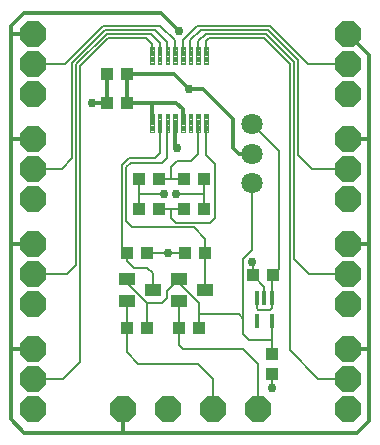
<source format=gtl>
G04 EAGLE Gerber X2 export*
%TF.Part,Single*%
%TF.FileFunction,Copper,L1,Top,Mixed*%
%TF.FilePolarity,Positive*%
%TF.GenerationSoftware,Autodesk,EAGLE,8.7.0*%
%TF.CreationDate,2018-03-20T01:19:31Z*%
G75*
%MOMM*%
%FSLAX34Y34*%
%LPD*%
%AMOC8*
5,1,8,0,0,1.08239X$1,22.5*%
G01*
%ADD10C,0.102500*%
%ADD11P,2.336880X8X112.500000*%
%ADD12P,2.336880X8X292.500000*%
%ADD13R,1.000000X1.100000*%
%ADD14R,1.100000X1.000000*%
%ADD15P,2.336880X8X22.500000*%
%ADD16R,0.400000X1.190000*%
%ADD17C,1.800000*%
%ADD18R,1.400000X1.000000*%
%ADD19C,0.203200*%
%ADD20C,0.304800*%
%ADD21C,0.756400*%


D10*
X127378Y274548D02*
X127378Y259872D01*
X124302Y259872D01*
X124302Y274548D01*
X127378Y274548D01*
X127378Y260896D02*
X124302Y260896D01*
X124302Y261920D02*
X127378Y261920D01*
X127378Y262944D02*
X124302Y262944D01*
X124302Y263968D02*
X127378Y263968D01*
X127378Y264992D02*
X124302Y264992D01*
X124302Y266016D02*
X127378Y266016D01*
X127378Y267040D02*
X124302Y267040D01*
X124302Y268064D02*
X127378Y268064D01*
X127378Y269088D02*
X124302Y269088D01*
X124302Y270112D02*
X127378Y270112D01*
X127378Y271136D02*
X124302Y271136D01*
X124302Y272160D02*
X127378Y272160D01*
X127378Y273184D02*
X124302Y273184D01*
X124302Y274208D02*
X127378Y274208D01*
X133878Y274548D02*
X133878Y259872D01*
X130802Y259872D01*
X130802Y274548D01*
X133878Y274548D01*
X133878Y260896D02*
X130802Y260896D01*
X130802Y261920D02*
X133878Y261920D01*
X133878Y262944D02*
X130802Y262944D01*
X130802Y263968D02*
X133878Y263968D01*
X133878Y264992D02*
X130802Y264992D01*
X130802Y266016D02*
X133878Y266016D01*
X133878Y267040D02*
X130802Y267040D01*
X130802Y268064D02*
X133878Y268064D01*
X133878Y269088D02*
X130802Y269088D01*
X130802Y270112D02*
X133878Y270112D01*
X133878Y271136D02*
X130802Y271136D01*
X130802Y272160D02*
X133878Y272160D01*
X133878Y273184D02*
X130802Y273184D01*
X130802Y274208D02*
X133878Y274208D01*
X140378Y274548D02*
X140378Y259872D01*
X137302Y259872D01*
X137302Y274548D01*
X140378Y274548D01*
X140378Y260896D02*
X137302Y260896D01*
X137302Y261920D02*
X140378Y261920D01*
X140378Y262944D02*
X137302Y262944D01*
X137302Y263968D02*
X140378Y263968D01*
X140378Y264992D02*
X137302Y264992D01*
X137302Y266016D02*
X140378Y266016D01*
X140378Y267040D02*
X137302Y267040D01*
X137302Y268064D02*
X140378Y268064D01*
X140378Y269088D02*
X137302Y269088D01*
X137302Y270112D02*
X140378Y270112D01*
X140378Y271136D02*
X137302Y271136D01*
X137302Y272160D02*
X140378Y272160D01*
X140378Y273184D02*
X137302Y273184D01*
X137302Y274208D02*
X140378Y274208D01*
X146878Y274548D02*
X146878Y259872D01*
X143802Y259872D01*
X143802Y274548D01*
X146878Y274548D01*
X146878Y260896D02*
X143802Y260896D01*
X143802Y261920D02*
X146878Y261920D01*
X146878Y262944D02*
X143802Y262944D01*
X143802Y263968D02*
X146878Y263968D01*
X146878Y264992D02*
X143802Y264992D01*
X143802Y266016D02*
X146878Y266016D01*
X146878Y267040D02*
X143802Y267040D01*
X143802Y268064D02*
X146878Y268064D01*
X146878Y269088D02*
X143802Y269088D01*
X143802Y270112D02*
X146878Y270112D01*
X146878Y271136D02*
X143802Y271136D01*
X143802Y272160D02*
X146878Y272160D01*
X146878Y273184D02*
X143802Y273184D01*
X143802Y274208D02*
X146878Y274208D01*
X153378Y274548D02*
X153378Y259872D01*
X150302Y259872D01*
X150302Y274548D01*
X153378Y274548D01*
X153378Y260896D02*
X150302Y260896D01*
X150302Y261920D02*
X153378Y261920D01*
X153378Y262944D02*
X150302Y262944D01*
X150302Y263968D02*
X153378Y263968D01*
X153378Y264992D02*
X150302Y264992D01*
X150302Y266016D02*
X153378Y266016D01*
X153378Y267040D02*
X150302Y267040D01*
X150302Y268064D02*
X153378Y268064D01*
X153378Y269088D02*
X150302Y269088D01*
X150302Y270112D02*
X153378Y270112D01*
X153378Y271136D02*
X150302Y271136D01*
X150302Y272160D02*
X153378Y272160D01*
X153378Y273184D02*
X150302Y273184D01*
X150302Y274208D02*
X153378Y274208D01*
X159878Y274548D02*
X159878Y259872D01*
X156802Y259872D01*
X156802Y274548D01*
X159878Y274548D01*
X159878Y260896D02*
X156802Y260896D01*
X156802Y261920D02*
X159878Y261920D01*
X159878Y262944D02*
X156802Y262944D01*
X156802Y263968D02*
X159878Y263968D01*
X159878Y264992D02*
X156802Y264992D01*
X156802Y266016D02*
X159878Y266016D01*
X159878Y267040D02*
X156802Y267040D01*
X156802Y268064D02*
X159878Y268064D01*
X159878Y269088D02*
X156802Y269088D01*
X156802Y270112D02*
X159878Y270112D01*
X159878Y271136D02*
X156802Y271136D01*
X156802Y272160D02*
X159878Y272160D01*
X159878Y273184D02*
X156802Y273184D01*
X156802Y274208D02*
X159878Y274208D01*
X166378Y274548D02*
X166378Y259872D01*
X163302Y259872D01*
X163302Y274548D01*
X166378Y274548D01*
X166378Y260896D02*
X163302Y260896D01*
X163302Y261920D02*
X166378Y261920D01*
X166378Y262944D02*
X163302Y262944D01*
X163302Y263968D02*
X166378Y263968D01*
X166378Y264992D02*
X163302Y264992D01*
X163302Y266016D02*
X166378Y266016D01*
X166378Y267040D02*
X163302Y267040D01*
X163302Y268064D02*
X166378Y268064D01*
X166378Y269088D02*
X163302Y269088D01*
X163302Y270112D02*
X166378Y270112D01*
X166378Y271136D02*
X163302Y271136D01*
X163302Y272160D02*
X166378Y272160D01*
X166378Y273184D02*
X163302Y273184D01*
X163302Y274208D02*
X166378Y274208D01*
X172878Y274548D02*
X172878Y259872D01*
X169802Y259872D01*
X169802Y274548D01*
X172878Y274548D01*
X172878Y260896D02*
X169802Y260896D01*
X169802Y261920D02*
X172878Y261920D01*
X172878Y262944D02*
X169802Y262944D01*
X169802Y263968D02*
X172878Y263968D01*
X172878Y264992D02*
X169802Y264992D01*
X169802Y266016D02*
X172878Y266016D01*
X172878Y267040D02*
X169802Y267040D01*
X169802Y268064D02*
X172878Y268064D01*
X172878Y269088D02*
X169802Y269088D01*
X169802Y270112D02*
X172878Y270112D01*
X172878Y271136D02*
X169802Y271136D01*
X169802Y272160D02*
X172878Y272160D01*
X172878Y273184D02*
X169802Y273184D01*
X169802Y274208D02*
X172878Y274208D01*
X172878Y317272D02*
X172878Y331948D01*
X172878Y317272D02*
X169802Y317272D01*
X169802Y331948D01*
X172878Y331948D01*
X172878Y318296D02*
X169802Y318296D01*
X169802Y319320D02*
X172878Y319320D01*
X172878Y320344D02*
X169802Y320344D01*
X169802Y321368D02*
X172878Y321368D01*
X172878Y322392D02*
X169802Y322392D01*
X169802Y323416D02*
X172878Y323416D01*
X172878Y324440D02*
X169802Y324440D01*
X169802Y325464D02*
X172878Y325464D01*
X172878Y326488D02*
X169802Y326488D01*
X169802Y327512D02*
X172878Y327512D01*
X172878Y328536D02*
X169802Y328536D01*
X169802Y329560D02*
X172878Y329560D01*
X172878Y330584D02*
X169802Y330584D01*
X169802Y331608D02*
X172878Y331608D01*
X166378Y331948D02*
X166378Y317272D01*
X163302Y317272D01*
X163302Y331948D01*
X166378Y331948D01*
X166378Y318296D02*
X163302Y318296D01*
X163302Y319320D02*
X166378Y319320D01*
X166378Y320344D02*
X163302Y320344D01*
X163302Y321368D02*
X166378Y321368D01*
X166378Y322392D02*
X163302Y322392D01*
X163302Y323416D02*
X166378Y323416D01*
X166378Y324440D02*
X163302Y324440D01*
X163302Y325464D02*
X166378Y325464D01*
X166378Y326488D02*
X163302Y326488D01*
X163302Y327512D02*
X166378Y327512D01*
X166378Y328536D02*
X163302Y328536D01*
X163302Y329560D02*
X166378Y329560D01*
X166378Y330584D02*
X163302Y330584D01*
X163302Y331608D02*
X166378Y331608D01*
X159878Y331948D02*
X159878Y317272D01*
X156802Y317272D01*
X156802Y331948D01*
X159878Y331948D01*
X159878Y318296D02*
X156802Y318296D01*
X156802Y319320D02*
X159878Y319320D01*
X159878Y320344D02*
X156802Y320344D01*
X156802Y321368D02*
X159878Y321368D01*
X159878Y322392D02*
X156802Y322392D01*
X156802Y323416D02*
X159878Y323416D01*
X159878Y324440D02*
X156802Y324440D01*
X156802Y325464D02*
X159878Y325464D01*
X159878Y326488D02*
X156802Y326488D01*
X156802Y327512D02*
X159878Y327512D01*
X159878Y328536D02*
X156802Y328536D01*
X156802Y329560D02*
X159878Y329560D01*
X159878Y330584D02*
X156802Y330584D01*
X156802Y331608D02*
X159878Y331608D01*
X153378Y331948D02*
X153378Y317272D01*
X150302Y317272D01*
X150302Y331948D01*
X153378Y331948D01*
X153378Y318296D02*
X150302Y318296D01*
X150302Y319320D02*
X153378Y319320D01*
X153378Y320344D02*
X150302Y320344D01*
X150302Y321368D02*
X153378Y321368D01*
X153378Y322392D02*
X150302Y322392D01*
X150302Y323416D02*
X153378Y323416D01*
X153378Y324440D02*
X150302Y324440D01*
X150302Y325464D02*
X153378Y325464D01*
X153378Y326488D02*
X150302Y326488D01*
X150302Y327512D02*
X153378Y327512D01*
X153378Y328536D02*
X150302Y328536D01*
X150302Y329560D02*
X153378Y329560D01*
X153378Y330584D02*
X150302Y330584D01*
X150302Y331608D02*
X153378Y331608D01*
X146878Y331948D02*
X146878Y317272D01*
X143802Y317272D01*
X143802Y331948D01*
X146878Y331948D01*
X146878Y318296D02*
X143802Y318296D01*
X143802Y319320D02*
X146878Y319320D01*
X146878Y320344D02*
X143802Y320344D01*
X143802Y321368D02*
X146878Y321368D01*
X146878Y322392D02*
X143802Y322392D01*
X143802Y323416D02*
X146878Y323416D01*
X146878Y324440D02*
X143802Y324440D01*
X143802Y325464D02*
X146878Y325464D01*
X146878Y326488D02*
X143802Y326488D01*
X143802Y327512D02*
X146878Y327512D01*
X146878Y328536D02*
X143802Y328536D01*
X143802Y329560D02*
X146878Y329560D01*
X146878Y330584D02*
X143802Y330584D01*
X143802Y331608D02*
X146878Y331608D01*
X140378Y331948D02*
X140378Y317272D01*
X137302Y317272D01*
X137302Y331948D01*
X140378Y331948D01*
X140378Y318296D02*
X137302Y318296D01*
X137302Y319320D02*
X140378Y319320D01*
X140378Y320344D02*
X137302Y320344D01*
X137302Y321368D02*
X140378Y321368D01*
X140378Y322392D02*
X137302Y322392D01*
X137302Y323416D02*
X140378Y323416D01*
X140378Y324440D02*
X137302Y324440D01*
X137302Y325464D02*
X140378Y325464D01*
X140378Y326488D02*
X137302Y326488D01*
X137302Y327512D02*
X140378Y327512D01*
X140378Y328536D02*
X137302Y328536D01*
X137302Y329560D02*
X140378Y329560D01*
X140378Y330584D02*
X137302Y330584D01*
X137302Y331608D02*
X140378Y331608D01*
X133878Y331948D02*
X133878Y317272D01*
X130802Y317272D01*
X130802Y331948D01*
X133878Y331948D01*
X133878Y318296D02*
X130802Y318296D01*
X130802Y319320D02*
X133878Y319320D01*
X133878Y320344D02*
X130802Y320344D01*
X130802Y321368D02*
X133878Y321368D01*
X133878Y322392D02*
X130802Y322392D01*
X130802Y323416D02*
X133878Y323416D01*
X133878Y324440D02*
X130802Y324440D01*
X130802Y325464D02*
X133878Y325464D01*
X133878Y326488D02*
X130802Y326488D01*
X130802Y327512D02*
X133878Y327512D01*
X133878Y328536D02*
X130802Y328536D01*
X130802Y329560D02*
X133878Y329560D01*
X133878Y330584D02*
X130802Y330584D01*
X130802Y331608D02*
X133878Y331608D01*
X127378Y331948D02*
X127378Y317272D01*
X124302Y317272D01*
X124302Y331948D01*
X127378Y331948D01*
X127378Y318296D02*
X124302Y318296D01*
X124302Y319320D02*
X127378Y319320D01*
X127378Y320344D02*
X124302Y320344D01*
X124302Y321368D02*
X127378Y321368D01*
X127378Y322392D02*
X124302Y322392D01*
X124302Y323416D02*
X127378Y323416D01*
X127378Y324440D02*
X124302Y324440D01*
X124302Y325464D02*
X127378Y325464D01*
X127378Y326488D02*
X124302Y326488D01*
X124302Y327512D02*
X127378Y327512D01*
X127378Y328536D02*
X124302Y328536D01*
X124302Y329560D02*
X127378Y329560D01*
X127378Y330584D02*
X124302Y330584D01*
X124302Y331608D02*
X127378Y331608D01*
D11*
X25400Y50800D03*
X25400Y139700D03*
X25400Y228600D03*
X25400Y317500D03*
D12*
X292100Y317500D03*
X292100Y228600D03*
X292100Y139700D03*
X292100Y50800D03*
D13*
X131690Y194310D03*
X114690Y194310D03*
X169790Y194310D03*
X152790Y194310D03*
X131690Y219710D03*
X114690Y219710D03*
X169790Y219710D03*
X152790Y219710D03*
D14*
X105020Y308610D03*
X88020Y308610D03*
X105020Y284480D03*
X88020Y284480D03*
D11*
X25400Y76200D03*
X25400Y165100D03*
X25400Y254000D03*
X25400Y342900D03*
D12*
X292100Y342900D03*
X292100Y254000D03*
X292100Y165100D03*
X292100Y76200D03*
D11*
X25400Y25400D03*
X25400Y114300D03*
X25400Y203200D03*
X25400Y292100D03*
D12*
X292100Y292100D03*
X292100Y203200D03*
X292100Y114300D03*
X292100Y25400D03*
D15*
X101600Y25400D03*
X139700Y25400D03*
D13*
X148980Y93980D03*
X165980Y93980D03*
X104530Y93980D03*
X121530Y93980D03*
D15*
X215900Y25400D03*
X177800Y25400D03*
D16*
X227480Y118820D03*
X220980Y118820D03*
X214480Y118820D03*
X214480Y99620D03*
X227480Y99620D03*
D14*
X228210Y138430D03*
X211210Y138430D03*
D17*
X210820Y266300D03*
X210820Y241300D03*
X210820Y216300D03*
D13*
X154060Y157480D03*
X171060Y157480D03*
X121530Y157480D03*
X104530Y157480D03*
D18*
X171020Y125730D03*
X149020Y116230D03*
X149020Y135230D03*
X126570Y125730D03*
X104570Y116230D03*
X104570Y135230D03*
D13*
X227330Y72000D03*
X227330Y55000D03*
D19*
X210820Y138040D02*
X211210Y138430D01*
X220980Y128660D02*
X220980Y118820D01*
X220980Y128660D02*
X211210Y138430D01*
D20*
X88020Y284480D02*
X88020Y308610D01*
D19*
X169790Y219710D02*
X169790Y207010D01*
D21*
X210820Y149860D03*
D19*
X169790Y194310D02*
X169790Y207010D01*
X211210Y149470D02*
X211210Y138430D01*
X211210Y149470D02*
X210820Y149860D01*
D21*
X74930Y284480D03*
D20*
X88020Y284480D01*
D21*
X146050Y207010D03*
D19*
X169790Y207010D01*
D21*
X147320Y246380D03*
D20*
X145340Y248360D02*
X145340Y267210D01*
X145340Y248360D02*
X147320Y246380D01*
D21*
X227330Y43180D03*
D19*
X227330Y55000D01*
X114690Y219710D02*
X113420Y220980D01*
X114690Y219710D02*
X114690Y207010D01*
X114690Y194310D01*
X114690Y219710D02*
X114690Y223910D01*
D20*
X292100Y342900D02*
X309880Y325120D01*
D21*
X148590Y345440D03*
D20*
X105020Y308610D02*
X105020Y284480D01*
X125730Y284480D02*
X146050Y284480D01*
X125730Y284480D02*
X105020Y284480D01*
X151840Y278690D02*
X151840Y267210D01*
X151840Y278690D02*
X146050Y284480D01*
X125840Y284370D02*
X125840Y267210D01*
X125840Y284370D02*
X125730Y284480D01*
X168910Y295910D02*
X194310Y270510D01*
X194310Y246380D01*
X199390Y241300D01*
X210820Y241300D01*
X133350Y360680D02*
X17780Y360680D01*
X133350Y360680D02*
X148590Y345440D01*
X101600Y5080D02*
X17780Y5080D01*
X101600Y5080D02*
X299720Y5080D01*
X101600Y5080D02*
X101600Y25400D01*
D21*
X139700Y157480D03*
X135890Y207010D03*
D19*
X114690Y207010D01*
X139700Y157480D02*
X154060Y157480D01*
X139700Y157480D02*
X121530Y157480D01*
D20*
X6350Y16510D02*
X17780Y5080D01*
X6350Y16510D02*
X6350Y76200D01*
X6350Y165100D01*
X6350Y254000D01*
X6350Y342900D01*
X6350Y349250D01*
X17780Y360680D01*
X25400Y76200D02*
X6350Y76200D01*
X6350Y165100D02*
X25400Y165100D01*
X25400Y254000D02*
X6350Y254000D01*
X6350Y342900D02*
X25400Y342900D01*
X309880Y76200D02*
X309880Y15240D01*
X309880Y76200D02*
X309880Y165100D01*
X309880Y254000D01*
X309880Y325120D01*
X309880Y15240D02*
X299720Y5080D01*
X292100Y76200D02*
X309880Y76200D01*
X309880Y165100D02*
X292100Y165100D01*
X292100Y254000D02*
X309880Y254000D01*
D21*
X157480Y295910D03*
D20*
X168910Y295910D01*
X157480Y295910D02*
X144780Y308610D01*
X105020Y308610D01*
D19*
X142240Y194310D02*
X152790Y194310D01*
X142240Y194310D02*
X131690Y194310D01*
X171340Y240140D02*
X171340Y267210D01*
X171340Y240140D02*
X179070Y232410D01*
X142240Y186690D02*
X146050Y182880D01*
X175260Y182880D01*
X179070Y186690D01*
X179070Y232410D01*
X142240Y194310D02*
X142240Y186690D01*
X142240Y219710D02*
X152790Y219710D01*
X142240Y219710D02*
X131690Y219710D01*
X165100Y266950D02*
X164840Y267210D01*
X142240Y229870D02*
X142240Y219710D01*
X164840Y241040D02*
X164840Y267210D01*
X158750Y234950D02*
X147320Y234950D01*
X142240Y229870D01*
X158750Y234950D02*
X164840Y241040D01*
X126610Y125770D02*
X126570Y125730D01*
X100584Y231343D02*
X106477Y237236D01*
X100584Y231343D02*
X100584Y161426D01*
X106477Y237236D02*
X128016Y237236D01*
X132340Y241560D01*
X132340Y267210D01*
X126570Y140130D02*
X126570Y125730D01*
X121920Y144780D02*
X110490Y144780D01*
X104530Y150740D01*
X104530Y157480D01*
X121920Y144780D02*
X126570Y140130D01*
X104530Y157480D02*
X100584Y161426D01*
X145340Y324610D02*
X145340Y337260D01*
X132842Y349758D01*
X84481Y349758D02*
X52223Y317500D01*
X25400Y317500D01*
X84481Y349758D02*
X132842Y349758D01*
X261620Y228600D02*
X292100Y228600D01*
X261620Y228600D02*
X249682Y240538D01*
X158340Y324610D02*
X158340Y337410D01*
X167132Y346202D01*
X223926Y346202D02*
X249682Y320446D01*
X223926Y346202D02*
X167132Y346202D01*
X249682Y320446D02*
X249682Y240538D01*
X266700Y50800D02*
X292100Y50800D01*
X171340Y324610D02*
X171340Y336440D01*
X173990Y339090D01*
X242570Y74930D02*
X266700Y50800D01*
X242570Y74930D02*
X242570Y317500D01*
X220980Y339090D01*
X173990Y339090D01*
X258826Y139700D02*
X292100Y139700D01*
X258826Y139700D02*
X246126Y152400D01*
X164840Y324610D02*
X164840Y336290D01*
X171196Y342646D01*
X222453Y342646D02*
X246126Y318973D01*
X222453Y342646D02*
X171196Y342646D01*
X246126Y318973D02*
X246126Y152400D01*
X151840Y324610D02*
X151840Y337260D01*
X164338Y349758D01*
X225399Y349758D02*
X257657Y317500D01*
X292100Y317500D01*
X225399Y349758D02*
X164338Y349758D01*
X138840Y336140D02*
X138840Y324610D01*
X138840Y336140D02*
X128778Y346202D01*
X58166Y237490D02*
X49276Y228600D01*
X25400Y228600D01*
X58166Y318414D02*
X85954Y346202D01*
X58166Y318414D02*
X58166Y237490D01*
X85954Y346202D02*
X128778Y346202D01*
X54102Y139700D02*
X25400Y139700D01*
X54102Y139700D02*
X61722Y147320D01*
X132340Y324610D02*
X132340Y335020D01*
X124714Y342646D01*
X87427Y342646D02*
X61722Y316941D01*
X61722Y147320D01*
X87427Y342646D02*
X124714Y342646D01*
X50800Y50800D02*
X25400Y50800D01*
X125840Y324610D02*
X125840Y333900D01*
X120650Y339090D01*
X88900Y339090D01*
X65278Y65278D02*
X50800Y50800D01*
X65278Y315468D02*
X88900Y339090D01*
X65278Y315468D02*
X65278Y65278D01*
X171060Y125770D02*
X171060Y157480D01*
X171060Y125770D02*
X171020Y125730D01*
X171060Y157480D02*
X171060Y169300D01*
X161290Y179070D01*
X109220Y179070D01*
X104140Y184150D01*
X104140Y229870D01*
X107950Y233680D01*
X134620Y233680D01*
X138840Y237900D01*
X138840Y267210D01*
X148980Y116190D02*
X148980Y93980D01*
X148980Y116190D02*
X149020Y116230D01*
X215900Y63500D02*
X215900Y25400D01*
X215900Y63500D02*
X203200Y76200D01*
X152400Y76200D01*
X148980Y79620D01*
X148980Y93980D01*
X104570Y94020D02*
X104570Y116230D01*
X104570Y94020D02*
X104530Y93980D01*
X177800Y50800D02*
X177800Y25400D01*
X177800Y50800D02*
X165100Y63500D01*
X114300Y63500D01*
X104530Y73270D01*
X104530Y93980D01*
X149020Y131822D02*
X149020Y135230D01*
X149020Y131822D02*
X165980Y114862D01*
X165980Y105410D01*
X165980Y93980D01*
X104570Y131822D02*
X104570Y135230D01*
X104570Y131822D02*
X121530Y114862D01*
X121530Y93980D01*
X203170Y132378D02*
X203200Y132348D01*
X203200Y101600D01*
X203200Y88900D01*
X203170Y132378D02*
X203170Y152370D01*
X165980Y93980D02*
X165100Y93100D01*
X199390Y105410D02*
X203200Y101600D01*
X199390Y105410D02*
X165980Y105410D01*
X138430Y124640D02*
X149020Y135230D01*
X138430Y124640D02*
X138430Y119380D01*
X133912Y114862D01*
X121530Y114862D01*
X203170Y152370D02*
X210820Y160020D01*
X210820Y216300D01*
X227480Y72150D02*
X227330Y72000D01*
X227480Y72150D02*
X227480Y83820D01*
X227480Y99620D01*
X208280Y83820D02*
X203200Y88900D01*
X208280Y83820D02*
X227480Y83820D01*
X227480Y118820D02*
X227480Y137700D01*
X228210Y138430D01*
X214480Y118820D02*
X214480Y110640D01*
X215900Y109220D01*
X227480Y110640D02*
X227480Y118820D01*
X227480Y110640D02*
X226060Y109220D01*
X215900Y109220D01*
X228210Y138430D02*
X228600Y138820D01*
X228210Y138430D02*
X233680Y143900D01*
X233680Y243440D02*
X210820Y266300D01*
X233680Y243440D02*
X233680Y143900D01*
M02*

</source>
